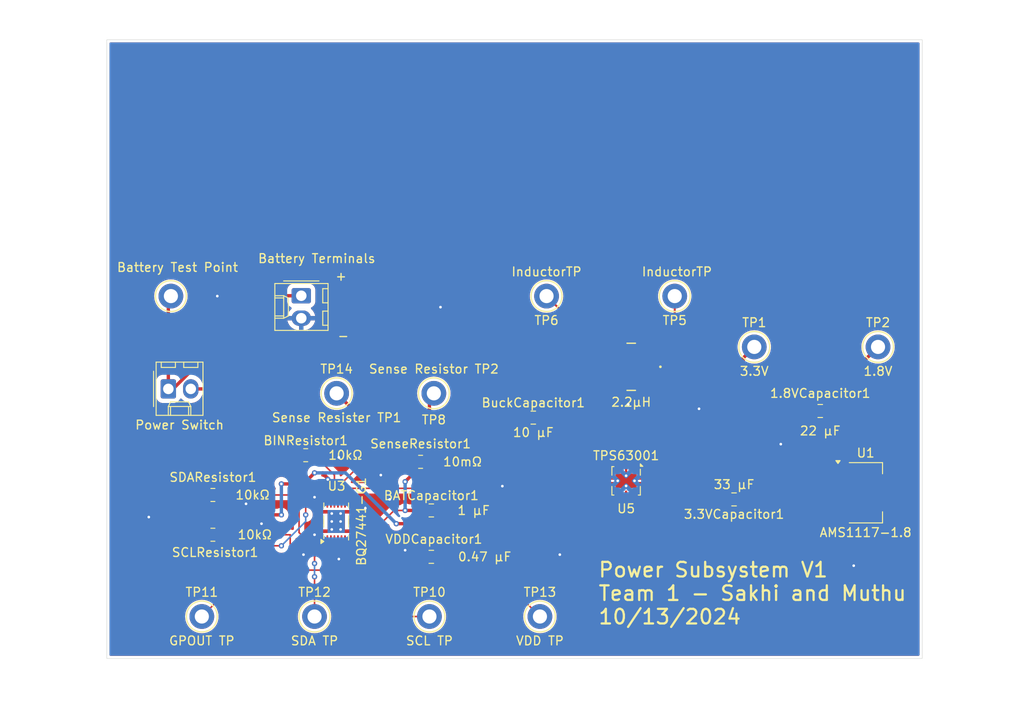
<source format=kicad_pcb>
(kicad_pcb (version 20240108) (generator "pcbnew") (generator_version "8.0")
  (layers (0 "F.Cu" signal) (31 "B.Cu" signal) (34 "B.Paste" user) (35 "F.Paste" user) (36 "B.SilkS" user "B.Silkscreen") (37 "F.SilkS" user "F.Silkscreen") (38 "B.Mask" user) (39 "F.Mask" user) (44 "Edge.Cuts" user))
  (net 0 "")
  (net 1 "Net-(U1-VO)")
  (net 2 "GND")
  (net 3 "Net-(J3-Pin_2)")
  (net 4 "Net-(U3-SRN)")
  (net 5 "Net-(U1-VI)")
  (net 6 "Net-(U3-V_{DD})")
  (net 7 "Net-(J3-Pin_1)")
  (net 8 "Net-(U5-L2)")
  (net 9 "Net-(U5-L1)")
  (net 10 "Net-(U3-BIN)")
  (net 11 "Net-(U3-SCL)")
  (net 12 "Net-(U3-SDA)")
  (net 13 "Net-(U3-GPOUT)")
  (footprint "TestPoint:TestPoint_Keystone_5010-5014_Multipurpose" (layer "F.Cu") (at 132.75 120.25)
    (property "Reference" "TP12" (at 0 -2.75 0) (layer "F.SilkS"))
    (property "Value" "SDA TP" (at 0 2.75 0) (layer "F.SilkS"))
    (fp_circle (center 0 0) (end 1.75 0) (stroke (width 0.15)) (fill none) (layer "F.SilkS"))
    (pad "1" thru_hole circle (at 0 0) (size 2.8 2.8) (drill 1.6) (layers "*.Cu" "*.Mask") (net 12 "Net-(U3-SDA)"))
  )
  (footprint "TestPoint:TestPoint_Keystone_5010-5014_Multipurpose" (layer "F.Cu") (at 173.5 84)
    (property "Reference" "TP5" (at 0 2.75 0) (layer "F.SilkS"))
    (property "Value" "InductorTP" (at 0.25 -2.75 0) (layer "F.SilkS"))
    (fp_circle (center 0 0) (end 1.75 0) (stroke (width 0.15)) (fill none) (layer "F.SilkS"))
    (pad "1" thru_hole circle (at 0 0) (size 2.8 2.8) (drill 1.6) (layers "*.Cu" "*.Mask") (net 8 "Net-(U5-L2)"))
  )
  (footprint "Package_SON:Texas_DRC0010J_ThermalVias" (layer "F.Cu") (at 168 104.9 -90)
    (property "Reference" "U5" (at 3.15 0 0) (layer "F.SilkS"))
    (property "Value" "TPS63001" (at -2.85 0 0) (layer "F.SilkS"))
    (fp_line (start -1.61 1.61) (end -0.635 1.61) (stroke (width 0.12)) (layer "F.SilkS"))
    (fp_line (start 0.635 1.61) (end 1.61 1.61) (stroke (width 0.12)) (layer "F.SilkS"))
    (fp_line (start -1.61 1.38) (end -1.61 1.61) (stroke (width 0.12)) (layer "F.SilkS"))
    (fp_line (start 1.61 1.38) (end 1.61 1.61) (stroke (width 0.12)) (layer "F.SilkS"))
    (fp_line (start -1.32 -1.61) (end -0.635 -1.61) (stroke (width 0.12)) (layer "F.SilkS"))
    (fp_line (start 0.635 -1.61) (end 1.61 -1.61) (stroke (width 0.12)) (layer "F.SilkS"))
    (fp_line (start 1.61 -1.61) (end 1.61 -1.38) (stroke (width 0.12)) (layer "F.SilkS"))
    (fp_poly (pts (xy -1.64 -1.61) (xy -1.92 -1.61) (xy -1.64 -1.89) (xy -1.64 -1.61)) (stroke (width 0.12)) (fill solid) (layer "F.SilkS"))
    (pad "1" smd roundrect (at -1.4 -1 270) (size 0.6 0.24) (layers "F.Cu" "F.Paste" "F.Mask") (net 5 "Net-(U1-VI)"))
    (pad "2" smd roundrect (at -1.4 -0.5 270) (size 0.6 0.24) (layers "F.Cu" "F.Paste" "F.Mask") (net 8 "Net-(U5-L2)"))
    (pad "3" smd roundrect (at -1.4 0 270) (size 0.6 0.24) (layers "F.Cu" "F.Paste" "F.Mask") (net 2 "GND"))
    (pad "4" smd roundrect (at -1.4 0.5 270) (size 0.6 0.24) (layers "F.Cu" "F.Paste" "F.Mask") (net 9 "Net-(U5-L1)"))
    (pad "5" smd roundrect (at -1.4 1 270) (size 0.6 0.24) (layers "F.Cu" "F.Paste" "F.Mask") (net 4 "Net-(U3-SRN)"))
    (pad "6" smd roundrect (at 1.4 1 270) (size 0.6 0.24) (layers "F.Cu" "F.Paste" "F.Mask") (net 4 "Net-(U3-SRN)"))
    (pad "7" smd roundrect (at 1.4 0.5 270) (size 0.6 0.24) (layers "F.Cu" "F.Paste" "F.Mask") (net 4 "Net-(U3-SRN)"))
    (pad "8" smd roundrect (at 1.4 0 270) (size 0.6 0.24) (layers "F.Cu" "F.Paste" "F.Mask") (net 4 "Net-(U3-SRN)"))
    (pad "9" smd roundrect (at 1.4 -0.5 270) (size 0.6 0.24) (layers "F.Cu" "F.Paste" "F.Mask") (net 2 "GND"))
    (pad "10" smd roundrect (at 1.4 -1 270) (size 0.6 0.24) (layers "F.Cu" "F.Paste" "F.Mask") (net 5 "Net-(U1-VI)"))
    (pad "11" thru_hole circle (at -0.575 0 270) (size 0.5 0.5) (drill 0.3) (layers "*.Cu") (net 2 "GND"))
    (pad "11" thru_hole circle (at 0 -0.95 270) (size 0.5 0.5) (drill 0.3) (layers "*.Cu") (net 2 "GND"))
    (pad "11" smd custom (at 0 0 270) (size 1.65 2.4) (layers "F.Cu" "F.Mask") (net 2 "GND") (options (clearance outline) (anchor rect)) (primitives (gr_poly (pts (xy -0.125 -1.1) (xy 0.125 -1.1) (xy 0.125 -1.7) (xy 0.375 -1.7) (xy 0.375 1.7) (xy 0.125 1.7) (xy 0.125 1.1) (xy -0.125 1.1) (xy -0.125 1.7) (xy -0.375 1.7) (xy -0.375 -1.7) (xy -0.125 -1.7)) (width 0) (fill yes))))
    (pad "11" thru_hole circle (at 0 0.95 270) (size 0.5 0.5) (drill 0.3) (layers "*.Cu") (net 2 "GND"))
    (pad "11" thru_hole circle (at 0.575 0 270) (size 0.5 0.5) (drill 0.3) (layers "*.Cu") (net 2 "GND"))
  )
  (footprint "Capacitor_SMD:C_0805_2012Metric_Pad1.18x1.45mm_HandSolder" (layer "F.Cu") (at 145.9625 113.5 180)
    (property "Reference" "VDDCapacitor1" (at -0.2875 2 0) (layer "F.SilkS"))
    (property "Value" "0.47 μF" (at -6.0375 0 0) (layer "F.SilkS"))
    (fp_line (start -0.261252 0.735) (end 0.261252 0.735) (stroke (width 0.12)) (layer "F.SilkS"))
    (fp_line (start -0.261252 -0.735) (end 0.261252 -0.735) (stroke (width 0.12)) (layer "F.SilkS"))
    (pad "1" smd roundrect (at -1.0375 0 180) (size 1.175 1.45) (layers "F.Cu" "F.Paste" "F.Mask") (roundrect_rratio 0.212766) (net 6 "Net-(U3-V_{DD})"))
    (pad "2" smd roundrect (at 1.0375 0 180) (size 1.175 1.45) (layers "F.Cu" "F.Paste" "F.Mask") (roundrect_rratio 0.212766) (net 2 "GND"))
  )
  (footprint "TestPoint:TestPoint_Keystone_5010-5014_Multipurpose" (layer "F.Cu") (at 120 120.25)
    (property "Reference" "TP11" (at 0 -2.75 0) (layer "F.SilkS"))
    (property "Value" "GPOUT TP" (at 0 2.75 0) (layer "F.SilkS"))
    (fp_circle (center 0 0) (end 1.75 0) (stroke (width 0.15)) (fill none) (layer "F.SilkS"))
    (pad "1" thru_hole circle (at 0 0) (size 2.8 2.8) (drill 1.6) (layers "*.Cu" "*.Mask") (net 13 "Net-(U3-GPOUT)"))
  )
  (footprint "Resistor_SMD:R_0805_2012Metric_Pad1.20x1.40mm_HandSolder" (layer "F.Cu") (at 131.75 102)
    (property "Reference" "BINResistor1" (at 0 -1.65 0) (layer "F.SilkS"))
    (property "Value" "10kΩ" (at 4.5 0 0) (layer "F.SilkS"))
    (fp_line (start -0.227064 -0.735) (end 0.227064 -0.735) (stroke (width 0.12)) (layer "F.SilkS"))
    (fp_line (start -0.227064 0.735) (end 0.227064 0.735) (stroke (width 0.12)) (layer "F.SilkS"))
    (pad "1" smd roundrect (at -1 0) (size 1.2 1.4) (layers "F.Cu" "F.Paste" "F.Mask") (roundrect_rratio 0.208333) (net 2 "GND"))
    (pad "2" smd roundrect (at 1 0) (size 1.2 1.4) (layers "F.Cu" "F.Paste" "F.Mask") (roundrect_rratio 0.208333) (net 10 "Net-(U3-BIN)"))
  )
  (footprint "TestPoint:TestPoint_Keystone_5010-5014_Multipurpose" (layer "F.Cu") (at 158.25 120.25)
    (property "Reference" "TP13" (at 0 -2.75 0) (layer "F.SilkS"))
    (property "Value" "VDD TP" (at 0 2.75 0) (layer "F.SilkS"))
    (fp_circle (center 0 0) (end 1.75 0) (stroke (width 0.15)) (fill none) (layer "F.SilkS"))
    (pad "1" thru_hole circle (at 0 0) (size 2.8 2.8) (drill 1.6) (layers "*.Cu" "*.Mask") (net 6 "Net-(U3-V_{DD})"))
  )
  (footprint "Capacitor_SMD:C_0805_2012Metric_Pad1.18x1.45mm_HandSolder" (layer "F.Cu") (at 180.2125 107 180)
    (property "Reference" "3.3VCapacitor1" (at 0 -1.68 0) (layer "F.SilkS"))
    (property "Value" "33 μF" (at 0 1.68 0) (layer "F.SilkS"))
    (fp_line (start -0.261252 0.735) (end 0.261252 0.735) (stroke (width 0.12)) (layer "F.SilkS"))
    (fp_line (start -0.261252 -0.735) (end 0.261252 -0.735) (stroke (width 0.12)) (layer "F.SilkS"))
    (pad "1" smd roundrect (at -1.0375 0 180) (size 1.175 1.45) (layers "F.Cu" "F.Paste" "F.Mask") (roundrect_rratio 0.212766) (net 5 "Net-(U1-VI)"))
    (pad "2" smd roundrect (at 1.0375 0 180) (size 1.175 1.45) (layers "F.Cu" "F.Paste" "F.Mask") (roundrect_rratio 0.212766) (net 2 "GND"))
  )
  (footprint "Resistor_SMD:R_0805_2012Metric_Pad1.20x1.40mm_HandSolder" (layer "F.Cu") (at 144.75 102.75)
    (property "Reference" "SenseResistor1" (at 0 -2.0375 0) (layer "F.SilkS"))
    (property "Value" "10mΩ" (at 4.75 0 0) (layer "F.SilkS"))
    (fp_line (start -0.227064 -0.735) (end 0.227064 -0.735) (stroke (width 0.12)) (layer "F.SilkS"))
    (fp_line (start -0.227064 0.735) (end 0.227064 0.735) (stroke (width 0.12)) (layer "F.SilkS"))
    (pad "1" smd roundrect (at -1 0) (size 1.2 1.4) (layers "F.Cu" "F.Paste" "F.Mask") (roundrect_rratio 0.208333) (net 3 "Net-(J3-Pin_2)"))
    (pad "2" smd roundrect (at 1 0) (size 1.2 1.4) (layers "F.Cu" "F.Paste" "F.Mask") (roundrect_rratio 0.208333) (net 4 "Net-(U3-SRN)"))
  )
  (footprint "Connector_Molex:Molex_KK-254_AE-6410-02A_1x02_P2.54mm_Vertical" (layer "F.Cu") (at 131.25 83.96 -90)
    (property "Reference" "J4" (hide yes))
    (property "Value" "Battery Terminals" (at -4.21 -1.75 0) (layer "F.SilkS"))
    (property "Field5" "+" (at -2.21 -4.5 0) (layer "F.SilkS"))
    (property "Field6" "-" (at 4.54 -4.75 0) (layer "F.SilkS"))
    (fp_line (start -1.38 2.99) (end 3.92 2.99) (stroke (width 0.12)) (layer "F.SilkS"))
    (fp_line (start 0 2.99) (end 0 1.99) (stroke (width 0.12)) (layer "F.SilkS"))
    (fp_line (start 0.25 2.99) (end 0.25 1.99) (stroke (width 0.12)) (layer "F.SilkS"))
    (fp_line (start 2.29 2.99) (end 2.29 1.99) (stroke (width 0.12)) (layer "F.SilkS"))
    (fp_line (start 3.92 2.99) (end 3.92 -3.03) (stroke (width 0.12)) (layer "F.SilkS"))
    (fp_line (start 0 1.99) (end 2.54 1.99) (stroke (width 0.12)) (layer "F.SilkS"))
    (fp_line (start 0 1.99) (end 0.25 1.46) (stroke (width 0.12)) (layer "F.SilkS"))
    (fp_line (start 2.54 1.99) (end 2.54 2.99) (stroke (width 0.12)) (layer "F.SilkS"))
    (fp_line (start 0.25 1.46) (end 2.29 1.46) (stroke (width 0.12)) (layer "F.SilkS"))
    (fp_line (start 2.29 1.46) (end 2.54 1.99) (stroke (width 0.12)) (layer "F.SilkS"))
    (fp_line (start -1.67 -2) (end -1.67 2) (stroke (width 0.12)) (layer "F.SilkS"))
    (fp_line (start -0.8 -2.43) (end 0.8 -2.43) (stroke (width 0.12)) (layer "F.SilkS"))
    (fp_line (start 0.8 -2.43) (end 0.8 -3.03) (stroke (width 0.12)) (layer "F.SilkS"))
    (fp_line (start 1.74 -2.43) (end 3.34 -2.43) (stroke (width 0.12)) (layer "F.SilkS"))
    (fp_line (start 3.34 -2.43) (end 3.34 -3.03) (stroke (width 0.12)) (layer "F.SilkS"))
    (fp_line (start -1.38 -3.03) (end -1.38 2.99) (stroke (width 0.12)) (layer "F.SilkS"))
    (fp_line (start -0.8 -3.03) (end -0.8 -2.43) (stroke (width 0.12)) (layer "F.SilkS"))
    (fp_line (start 1.74 -3.03) (end 1.74 -2.43) (stroke (width 0.12)) (layer "F.SilkS"))
    (fp_line (start 3.92 -3.03) (end -1.38 -3.03) (stroke (width 0.12)) (layer "F.SilkS"))
    (pad "1" thru_hole roundrect (at 0 0 270) (size 1.74 2.19) (drill 1.19) (layers "*.Cu" "*.Mask") (roundrect_rratio 0.143678) (net 7 "Net-(J3-Pin_1)"))
    (pad "2" thru_hole oval (at 2.54 0 270) (size 1.74 2.19) (drill 1.19) (layers "*.Cu" "*.Mask") (net 2 "GND"))
  )
  (footprint "Package_TO_SOT_SMD:SOT-223-3_TabPin2" (layer "F.Cu") (at 195.1 106.25)
    (property "Reference" "U1" (at 0 -4.5 0) (layer "F.SilkS"))
    (property "Value" "AMS1117-1.8" (at 0 4.5 0) (layer "F.SilkS"))
    (fp_line (start -1.85 -3.41) (end 1.91 -3.41) (stroke (width 0.12)) (layer "F.SilkS"))
    (fp_line (start -1.85 3.41) (end 1.91 3.41) (stroke (width 0.12)) (layer "F.SilkS"))
    (fp_line (start 1.91 -3.41) (end 1.91 -2.15) (stroke (width 0.12)) (layer "F.SilkS"))
    (fp_line (start 1.91 3.41) (end 1.91 2.15) (stroke (width 0.12)) (layer "F.SilkS"))
    (fp_poly (pts (xy -3.13 -3.31) (xy -3.37 -3.64) (xy -2.89 -3.64) (xy -3.13 -3.31)) (stroke (width 0.12)) (fill solid) (layer "F.SilkS"))
    (pad "1" smd roundrect (at -3.15 -2.3) (size 2 1.5) (layers "F.Cu" "F.Paste" "F.Mask") (net 2 "GND"))
    (pad "2" smd roundrect (at -3.15 0) (size 2 1.5) (layers "F.Cu" "F.Paste" "F.Mask") (net 1 "Net-(U1-VO)"))
    (pad "2" smd roundrect (at 3.15 0) (size 2 3.8) (layers "F.Cu" "F.Paste" "F.Mask") (net 1 "Net-(U1-VO)"))
    (pad "3" smd roundrect (at -3.15 2.3) (size 2 1.5) (layers "F.Cu" "F.Paste" "F.Mask") (net 5 "Net-(U1-VI)"))
  )
  (footprint "TestPoint:TestPoint_Keystone_5010-5014_Multipurpose" (layer "F.Cu") (at 116.5 84)
    (property "Reference" "TP3" (hide yes))
    (property "Value" "Battery Test Point" (at 0.75 -3.25 0) (layer "F.SilkS"))
    (fp_circle (center 0 0) (end 1.75 0) (stroke (width 0.15)) (fill none) (layer "F.SilkS"))
    (pad "1" thru_hole circle (at 0 0) (size 2.8 2.8) (drill 1.6) (layers "*.Cu" "*.Mask") (net 7 "Net-(J3-Pin_1)"))
  )
  (footprint "Capacitor_SMD:C_0805_2012Metric_Pad1.18x1.45mm_HandSolder" (layer "F.Cu") (at 189.9625 97)
    (property "Reference" "1.8VCapacitor1" (at 0 -2 0) (layer "F.SilkS"))
    (property "Value" "22 μF" (at 0 2.25 0) (layer "F.SilkS"))
    (fp_line (start -0.261252 -0.735) (end 0.261252 -0.735) (stroke (width 0.12)) (layer "F.SilkS"))
    (fp_line (start -0.261252 0.735) (end 0.261252 0.735) (stroke (width 0.12)) (layer "F.SilkS"))
    (pad "1" smd roundrect (at -1.0375 0) (size 1.175 1.45) (layers "F.Cu" "F.Paste" "F.Mask") (roundrect_rratio 0.212766) (net 1 "Net-(U1-VO)"))
    (pad "2" smd roundrect (at 1.0375 0) (size 1.175 1.45) (layers "F.Cu" "F.Paste" "F.Mask") (roundrect_rratio 0.212766) (net 2 "GND"))
  )
  (footprint "TestPoint:TestPoint_Keystone_5010-5014_Multipurpose" (layer "F.Cu") (at 196.5 89.75)
    (property "Reference" "TP2" (at 0 -2.75 0) (layer "F.SilkS"))
    (property "Value" "1.8V" (at 0 2.75 0) (layer "F.SilkS"))
    (fp_circle (center 0 0) (end 1.75 0) (stroke (width 0.15)) (fill none) (layer "F.SilkS"))
    (pad "1" thru_hole circle (at 0 0) (size 2.8 2.8) (drill 1.6) (layers "*.Cu" "*.Mask") (net 1 "Net-(U1-VO)"))
  )
  (footprint "Package_SON:Texas_S-PDSO-N12" (layer "F.Cu") (at 135.2 109.5 90)
    (property "Reference" "U3" (at 4 0.05 0) (layer "F.SilkS"))
    (property "Value" "BQ27441-G1" (at -0.000701 2.852607 90) (layer "F.SilkS"))
    (fp_line (start 1.56 -1.4) (end 2.1 -1.4) (stroke (width 0.12)) (layer "F.SilkS"))
    (fp_line (start 0.64 -1.4) (end -0.64 -1.4) (stroke (width 0.12)) (layer "F.SilkS"))
    (fp_line (start -1.56 -1.397393) (end -1.93 -1.397393) (stroke (width 0.12)) (layer "F.SilkS"))
    (fp_line (start 1.56 1.4) (end 2.1 1.4) (stroke (width 0.12)) (layer "F.SilkS"))
    (fp_line (start 0.64 1.4) (end -0.64 1.4) (stroke (width 0.12)) (layer "F.SilkS"))
    (fp_line (start -1.56 1.4) (end -2.1 1.4) (stroke (width 0.12)) (layer "F.SilkS"))
    (fp_poly (pts (xy -2.26 -1.4) (xy -2.5 -1.73) (xy -2.02 -1.73) (xy -2.26 -1.4)) (stroke (width 0.12)) (fill solid) (layer "F.SilkS"))
    (pad "1" smd rect (at -2.3 -1 90) (size 0.2 0.2) (layers "F.Cu" "F.Paste" "F.Mask") (net 12 "Net-(U3-SDA)"))
    (pad "1" smd oval (at -1.975 -1 90) (size 0.85 0.2) (layers "F.Cu" "F.Paste" "F.Mask") (net 12 "Net-(U3-SDA)"))
    (pad "2" smd rect (at -2.3 -0.6 90) (size 0.2 0.2) (layers "F.Cu" "F.Paste" "F.Mask") (net 11 "Net-(U3-SCL)"))
    (pad "2" smd oval (at -1.975 -0.6 90) (size 0.85 0.2) (layers "F.Cu" "F.Paste" "F.Mask") (net 11 "Net-(U3-SCL)"))
    (pad "3" smd rect (at -2.3 -0.2 90) (size 0.2 0.2) (layers "F.Cu" "F.Paste" "F.Mask") (net 2 "GND"))
    (pad "3" smd oval (at -1.975 -0.2 90) (size 0.85 0.2) (layers "F.Cu" "F.Paste" "F.Mask") (net 2 "GND"))
    (pad "4" smd rect (at -2.3 0.2 90) (size 0.2 0.2) (layers "F.Cu" "F.Paste" "F.Mask"))
    (pad "4" smd oval (at -1.975 0.2 90) (size 0.85 0.2) (layers "F.Cu" "F.Paste" "F.Mask"))
    (pad "5" smd rect (at -2.3 0.6 90) (size 0.2 0.2) (layers "F.Cu" "F.Paste" "F.Mask") (net 6 "Net-(U3-V_{DD})"))
    (pad "5" smd oval (at -1.975 0.6 90) (size 0.85 0.2) (layers "F.Cu" "F.Paste" "F.Mask") (net 6 "Net-(U3-V_{DD})"))
    (pad "6" smd rect (at -2.3 1 90) (size 0.2 0.2) (layers "F.Cu" "F.Paste" "F.Mask") (net 3 "Net-(J3-Pin_2)"))
    (pad "6" smd oval (at -1.975 1 90) (size 0.85 0.2) (layers "F.Cu" "F.Paste" "F.Mask") (net 3 "Net-(J3-Pin_2)"))
    (pad "7" smd oval (at 1.975 1 90) (size 0.85 0.2) (layers "F.Cu" "F.Paste" "F.Mask") (net 4 "Net-(U3-SRN)"))
    (pad "7" smd rect (at 2.3 1 90) (size 0.2 0.2) (layers "F.Cu" "F.Paste" "F.Mask") (net 4 "Net-(U3-SRN)"))
    (pad "8" smd oval (at 1.975 0.6 90) (size 0.85 0.2) (layers "F.Cu" "F.Paste" "F.Mask") (net 3 "Net-(J3-Pin_2)"))
    (pad "8" smd rect (at 2.3 0.6 90) (size 0.2 0.2) (layers "F.Cu" "F.Paste" "F.Mask") (net 3 "Net-(J3-Pin_2)"))
    (pad "9" smd oval (at 1.975 0.2 90) (size 0.85 0.2) (layers "F.Cu" "F.Paste" "F.Mask"))
    (pad "9" smd rect (at 2.3 0.2 90) (size 0.2 0.2) (layers "F.Cu" "F.Paste" "F.Mask"))
    (pad "10" smd oval (at 1.975 -0.2 90) (size 0.85 0.2) (layers "F.Cu" "F.Paste" "F.Mask") (net 10 "Net-(U3-BIN)"))
    (pad "10" smd rect (at 2.3 -0.2 90) (size 0.2 0.2) (layers "F.Cu" "F.Paste" "F.Mask") (net 10 "Net-(U3-BIN)"))
    (pad "11" smd oval (at 1.975 -0.6 90) (size 0.85 0.2) (layers "F.Cu" "F.Paste" "F.Mask"))
    (pad "11" smd rect (at 2.3 -0.6 90) (size 0.2 0.2) (layers "F.Cu" "F.Paste" "F.Mask"))
    (pad "12" smd oval (at 1.975 -1 90) (size 0.85 0.2) (layers "F.Cu" "F.Paste" "F.Mask") (net 13 "Net-(U3-GPOUT)"))
    (pad "12" smd rect (at 2.3 -1 90) (size 0.2 0.2) (layers "F.Cu" "F.Paste" "F.Mask") (net 13 "Net-(U3-GPOUT)"))
    (pad "13" smd rect (at -1.1 -1.365) (size 0.575 0.4) (layers "F.Cu" "F.Paste" "F.Mask"))
    (pad "13" smd rect (at -1.1 -1.3125) (size 0.675 0.4) (layers "F.Cu" "F.Mask"))
    (pad "13" smd rect (at -1.1 1.3125) (size 0.675 0.4) (layers "F.Cu" "F.Mask"))
    (pad "13" smd rect (at -1.1 1.365) (size 0.575 0.4) (layers "F.Cu" "F.Paste" "F.Mask"))
    (pad "13" thru_hole circle (at -0.9 -0.5 90) (size 0.6 0.6) (drill 0.3) (layers "*.Cu"))
    (pad "13" thru_hole circle (at -0.9 0.5 90) (size 0.6 0.6) (drill 0.3) (layers "*.Cu"))
    (pad "13" smd rect (at -0.65 -0.4875 180) (size 0.975 1.3) (layers "F.Cu" "F.Paste"))
    (pad "13" smd rect (at -0.65 0.4875 180) (size 0.975 1.3) (layers "F.Cu" "F.Paste"))
    (pad "13" thru_hole circle (at 0 -0.5 90) (size 0.6 0.6) (drill 0.3) (layers "*.Cu"))
    (pad "13" smd rect (at 0 0) (size 1.95 2.6) (layers "F.Cu" "F.Mask"))
    (pad "13" smd rect (at 0 0) (size 1.95 2.6) (layers "B.Cu" "F.Mask"))
    (pad "13" thru_hole circle (at 0 0.5 90) (size 0.6 0.6) (drill 0.3) (layers "*.Cu"))
    (pad "13" smd rect (at 0.65 -0.4875 180) (size 0.975 1.3) (layers "F.Cu" "F.Paste"))
    (pad "13" smd rect (at 0.65 0.4875 180) (size 0.975 1.3) (layers "F.Cu" "F.Paste"))
    (pad "13" thru_hole circle (at 0.9 -0.5 90) (size 0.6 0.6) (drill 0.3) (layers "*.Cu"))
    (pad "13" thru_hole circle (at 0.9 0.5 90) (size 0.6 0.6) (drill 0.3) (layers "*.Cu"))
    (pad "13" smd rect (at 1.1 -1.365) (size 0.575 0.4) (layers "F.Cu" "F.Paste" "F.Mask"))
    (pad "13" smd rect (at 1.1 -1.3125) (size 0.675 0.4) (layers "F.Cu" "F.Mask"))
    (pad "13" smd rect (at 1.1 1.3125) (size 0.675 0.4) (layers "F.Cu" "F.Mask"))
    (pad "13" smd rect (at 1.1 1.365) (size 0.575 0.4) (layers "F.Cu" "F.Paste" "F.Mask"))
  )
  (footprint "footprints:IND_MSS5131_COC" (layer "F.Cu") (at 168.5783 92 180)
    (property "Reference" "L1" (hide yes))
    (property "Value" "2.2μH" (at 0 -4 0) (layer "F.SilkS"))
    (fp_poly (pts (xy -2.54 -2.54) (xy -0.7874 -2.54) (xy -0.7874 -1.55702) (xy -0.973692 -1.457234) (xy -1.239275 -1.239275) (xy -1.457234 -0.973692) (xy -1.619191 -0.670691) (xy -1.718924 -0.341915) (xy -1.7526 0) (xy -1.718924 0.341915) (xy -1.457234 0.973692) (xy -1.239275 1.239275) (xy -0.973692 1.457234) (xy -0.7874 1.55702) (xy -0.7874 2.54) (xy -2.54 2.54)) (fill solid) (layer "F.Cu"))
    (fp_poly (pts (xy 0.7874 2.54) (xy 0.7874 1.55702) (xy 0.973692 1.457234) (xy 1.239275 1.239275) (xy 1.457234 0.973692) (xy 1.619191 0.670691) (xy 1.718924 0.341915) (xy 1.7526 0) (xy 1.718924 -0.341915) (xy 1.619191 -0.670691) (xy 1.457234 -0.973692) (xy 1.239275 -1.239275) (xy 0.973692 -1.457234) (xy 0.7874 -1.55702) (xy 0.7874 -2.54) (xy 2.54 -2.54) (xy 2.54 2.54)) (fill solid) (layer "F.Cu"))
    (fp_line (start 0.47985 -2.667) (end -0.47985 -2.667) (stroke (width 0.1524)) (layer "F.SilkS"))
    (fp_line (start -0.47985 2.667) (end 0.47985 2.667) (stroke (width 0.1524)) (layer "F.SilkS"))
    (fp_circle (center -3.302 0) (end -3.2258 0) (stroke (width 0.1524)) (fill none) (layer "F.SilkS"))
    (pad "1" smd rect (at -2.1717 0 180) (size 0.127 0.127) (layers "F.Cu" "F.Paste" "F.Mask") (net 8 "Net-(U5-L2)"))
    (pad "2" smd rect (at 2.1717 0 180) (size 0.127 0.127) (layers "F.Cu" "F.Paste" "F.Mask") (net 9 "Net-(U5-L1)"))
  )
  (footprint "TestPoint:TestPoint_Keystone_5010-5014_Multipurpose" (layer "F.Cu") (at 182.5 89.75)
    (property "Reference" "TP1" (at 0 -2.75 0) (layer "F.SilkS"))
    (property "Value" "3.3V" (at 0 2.75 0) (layer "F.SilkS"))
    (fp_circle (center 0 0) (end 1.75 0) (stroke (width 0.15)) (fill none) (layer "F.SilkS"))
    (pad "1" thru_hole circle (at 0 0) (size 2.8 2.8) (drill 1.6) (layers "*.Cu" "*.Mask") (net 5 "Net-(U1-VI)"))
  )
  (footprint "TestPoint:TestPoint_Keystone_5010-5014_Multipurpose" (layer "F.Cu") (at 145.75 120.25)
    (property "Reference" "TP10" (at 0 -2.75 0) (layer "F.SilkS"))
    (property "Value" "SCL TP" (at 0 2.75 0) (layer "F.SilkS"))
    (fp_circle (center 0 0) (end 1.75 0) (stroke (width 0.15)) (fill none) (layer "F.SilkS"))
    (pad "1" thru_hole circle (at 0 0) (size 2.8 2.8) (drill 1.6) (layers "*.Cu" "*.Mask") (net 11 "Net-(U3-SCL)"))
  )
  (footprint "Connector_Molex:Molex_KK-254_AE-6410-02A_1x02_P2.54mm_Vertical" (layer "F.Cu") (at 116.21 94.5)
    (property "Reference" "J3" (hide yes))
    (property "Value" "Power Switch" (at 1.27 4.08 0) (layer "F.SilkS"))
    (fp_line (start -1.67 -2) (end -1.67 2) (stroke (width 0.12)) (layer "F.SilkS"))
    (fp_line (start -1.38 -3.03) (end -1.38 2.99) (stroke (width 0.12)) (layer "F.SilkS"))
    (fp_line (start -1.38 2.99) (end 3.92 2.99) (stroke (width 0.12)) (layer "F.SilkS"))
    (fp_line (start -0.8 -3.03) (end -0.8 -2.43) (stroke (width 0.12)) (layer "F.SilkS"))
    (fp_line (start -0.8 -2.43) (end 0.8 -2.43) (stroke (width 0.12)) (layer "F.SilkS"))
    (fp_line (start 0 1.99) (end 0.25 1.46) (stroke (width 0.12)) (layer "F.SilkS"))
    (fp_line (start 0 1.99) (end 2.54 1.99) (stroke (width 0.12)) (layer "F.SilkS"))
    (fp_line (start 0 2.99) (end 0 1.99) (stroke (width 0.12)) (layer "F.SilkS"))
    (fp_line (start 0.25 1.46) (end 2.29 1.46) (stroke (width 0.12)) (layer "F.SilkS"))
    (fp_line (start 0.25 2.99) (end 0.25 1.99) (stroke (width 0.12)) (layer "F.SilkS"))
    (fp_line (start 0.8 -2.43) (end 0.8 -3.03) (stroke (width 0.12)) (layer "F.SilkS"))
    (fp_line (start 1.74 -3.03) (end 1.74 -2.43) (stroke (width 0.12)) (layer "F.SilkS"))
    (fp_line (start 1.74 -2.43) (end 3.34 -2.43) (stroke (width 0.12)) (layer "F.SilkS"))
    (fp_line (start 2.29 1.46) (end 2.54 1.99) (stroke (width 0.12)) (layer "F.SilkS"))
    (fp_line (start 2.29 2.99) (end 2.29 1.99) (stroke (width 0.12)) (layer "F.SilkS"))
    (fp_line (start 2.54 1.99) (end 2.54 2.99) (stroke (width 0.12)) (layer "F.SilkS"))
    (fp_line (start 3.34 -2.43) (end 3.34 -3.03) (stroke (width 0.12)) (layer "F.SilkS"))
    (fp_line (start 3.92 -3.03) (end -1.38 -3.03) (stroke (width 0.12)) (layer "F.SilkS"))
    (fp_line (start 3.92 2.99) (end 3.92 -3.03) (stroke (width 0.12)) (layer "F.SilkS"))
    (pad "1" thru_hole roundrect (at 0 0) (size 1.74 2.19) (drill 1.19) (layers "*.Cu" "*.Mask") (roundrect_rratio 0.143678) (net 7 "Net-(J3-Pin_1)"))
    (pad "2" thru_hole oval (at 2.54 0) (size 1.74 2.19) (drill 1.19) (layers "*.Cu" "*.Mask") (net 3 "Net-(J3-Pin_2)"))
  )
  (footprint "Resistor_SMD:R_0805_2012Metric_Pad1.20x1.40mm_HandSolder" (layer "F.Cu") (at 121.25 111)
    (property "Reference" "SCLResistor1" (at 0.25 2 0) (layer "F.SilkS"))
    (property "Value" "10kΩ" (at 4.75 0 0) (layer "F.SilkS"))
    (fp_line (start -0.227064 -0.735) (end 0.227064 -0.735) (stroke (width 0.12)) (layer "F.SilkS"))
    (fp_line (start -0.227064 0.735) (end 0.227064 0.735) (stroke (width 0.12)) (layer "F.SilkS"))
    (pad "1" smd roundrect (at -1 0) (size 1.2 1.4) (layers "F.Cu" "F.Paste" "F.Mask") (roundrect_rratio 0.208333) (net 5 "Net-(U1-VI)"))
    (pad "2" smd roundrect (at 1 0) (size 1.2 1.4) (layers "F.Cu" "F.Paste" "F.Mask") (roundrect_rratio 0.208333) (net 11 "Net-(U3-SCL)"))
  )
  (footprint "Capacitor_SMD:C_0805_2012Metric_Pad1.18x1.45mm_HandSolder" (layer "F.Cu") (at 145.9625 108.25)
    (property "Reference" "BATCapacitor1" (at 0 -1.68 0) (layer "F.SilkS"))
    (property "Value" "1 μF" (at 4.7875 0 0) (layer "F.SilkS"))
    (fp_line (start -0.261252 -0.735) (end 0.261252 -0.735) (stroke (width 0.12)) (layer "F.SilkS"))
    (fp_line (start -0.261252 0.735) (end 0.261252 0.735) (stroke (width 0.12)) (layer "F.SilkS"))
    (pad "1" smd roundrect (at -1.0375 0) (size 1.175 1.45) (layers "F.Cu" "F.Paste" "F.Mask") (roundrect_rratio 0.212766) (net 3 "Net-(J3-Pin_2)"))
    (pad "2" smd roundrect (at 1.0375 0) (size 1.175 1.45) (layers "F.Cu" "F.Paste" "F.Mask") (roundrect_rratio 0.212766) (net 2 "GND"))
  )
  (footprint "TestPoint:TestPoint_Keystone_5010-5014_Multipurpose" (layer "F.Cu") (at 135.25 95)
    (property "Reference" "TP14" (at 0 -2.75 0) (layer "F.SilkS"))
    (property "Value" "Sense Resister TP1" (at 0 2.75 0) (layer "F.SilkS"))
    (fp_circle (center 0 0) (end 1.75 0) (stroke (width 0.15)) (fill none) (layer "F.SilkS"))
    (pad "1" thru_hole circle (at 0 0) (size 2.8 2.8) (drill 1.6) (layers "*.Cu" "*.Mask") (net 3 "Net-(J3-Pin_2)"))
  )
  (footprint "Capacitor_SMD:C_0805_2012Metric_Pad1.18x1.45mm_HandSolder" (layer "F.Cu") (at 157.5 97.75)
    (property "Reference" "BuckCapacitor1" (at 0 -1.68 0) (layer "F.SilkS"))
    (property "Value" "10 μF" (at 0 1.68 0) (layer "F.SilkS"))
    (fp_line (start -0.261252 -0.735) (end 0.261252 -0.735) (stroke (width 0.12)) (layer "F.SilkS"))
    (fp_line (start -0.261252 0.735) (end 0.261252 0.735) (stroke (width 0.12)) (layer "F.SilkS"))
    (pad "1" smd roundrect (at -1.0375 0) (size 1.175 1.45) (layers "F.Cu" "F.Paste" "F.Mask") (roundrect_rratio 0.212766) (net 2 "GND"))
    (pad "2" smd roundrect (at 1.0375 0) (size 1.175 1.45) (layers "F.Cu" "F.Paste" "F.Mask") (roundrect_rratio 0.212766) (net 4 "Net-(U3-SRN)"))
  )
  (footprint "Resistor_SMD:R_0805_2012Metric_Pad1.20x1.40mm_HandSolder" (layer "F.Cu") (at 121.25 106.5)
    (property "Reference" "SDAResistor1" (at 0 -2 0) (layer "F.SilkS"))
    (property "Value" "10kΩ" (at 4.5 0 0) (layer "F.SilkS"))
    (fp_line (start -0.227064 -0.735) (end 0.227064 -0.735) (stroke (width 0.12)) (layer "F.SilkS"))
    (fp_line (start -0.227064 0.735) (end 0.227064 0.735) (stroke (width 0.12)) (layer "F.SilkS"))
    (pad "1" smd roundrect (at -1 0) (size 1.2 1.4) (layers "F.Cu" "F.Paste" "F.Mask") (roundrect_rratio 0.208333) (net 5 "Net-(U1-VI)"))
    (pad "2" smd roundrect (at 1 0) (size 1.2 1.4) (layers "F.Cu" "F.Paste" "F.Mask") (roundrect_rratio 0.208333) (net 12 "Net-(U3-SDA)"))
  )
  (footprint "TestPoint:TestPoint_Keystone_5010-5014_Multipurpose" (layer "F.Cu") (at 159 84 180)
    (property "Reference" "TP6" (at 0 -2.75 0) (layer "F.SilkS"))
    (property "Value" "InductorTP" (at 0 2.75 0) (layer "F.SilkS"))
    (fp_circle (center 0 0) (end 1.75 0) (stroke (width 0.15)) (fill none) (layer "F.SilkS"))
    (pad "1" thru_hole circle (at 0 0 180) (size 2.8 2.8) (drill 1.6) (layers "*.Cu" "*.Mask") (net 9 "Net-(U5-L1)"))
  )
  (footprint "TestPoint:TestPoint_Keystone_5010-5014_Multipurpose" (layer "F.Cu") (at 146.25 95)
    (property "Reference" "TP8" (at 0 3 0) (layer "F.SilkS"))
    (property "Value" "Sense Resistor TP2" (at 0 -2.75 0) (layer "F.SilkS"))
    (fp_circle (center 0 0) (end 1.75 0) (stroke (width 0.15)) (fill none) (layer "F.SilkS"))
    (pad "1" thru_hole circle (at 0 0) (size 2.8 2.8) (drill 1.6) (layers "*.Cu" "*.Mask") (net 4 "Net-(U3-SRN)"))
  )
  (gr_rect (start 109.25 55) (end 201.5 125) (stroke (width 0.05)) (fill none) (layer "Edge.Cuts"))
  (gr_text "Power Subsystem V1\nTeam 1 - Sakhi and Muthu\n10/13/2024" (at 164.75 121.25 0) (layer "F.SilkS") (effects (font (size 1.651 1.651) (thickness 0.254) (bold yes)) (justify left bottom)))
  (segment (start 188.925 97) (end 188.925 95.575) (width 0.381) (layer "F.Cu") (net 1))
  (segment (start 191 93.5) (end 192.75 93.5) (width 0.381) (layer "F.Cu") (net 1))
  (segment (start 188.925 101.25) (end 197.25 101.25) (width 0.381) (layer "F.Cu") (net 1))
  (segment (start 188.925 101.25) (end 188.925 97) (width 0.381) (layer "F.Cu") (net 1))
  (segment (start 192.75 93.5) (end 196.5 89.75) (width 0.381) (layer "F.Cu") (net 1))
  (segment (start 191.95 106.25) (end 191 106.25) (width 0.381) (layer "F.Cu") (net 1))
  (segment (start 191 106.25) (end 188.925 104.175) (width 0.381) (layer "F.Cu") (net 1))
  (segment (start 188.925 104.175) (end 188.925 101.25) (width 0.381) (layer "F.Cu") (net 1))
  (segment (start 188.925 95.575) (end 191 93.5) (width 0.381) (layer "F.Cu") (net 1))
  (segment (start 198.25 102.25) (end 198.25 106.25) (width 0.381) (layer "F.Cu") (net 1))
  (segment (start 197.25 101.25) (end 198.25 102.25) (width 0.381) (layer "F.Cu") (net 1))
  (segment (start 168.5 106.3) (end 168.5 105.621447) (width 0.2286) (layer "F.Cu") (net 2))
  (segment (start 168.5 105.621447) (end 168.353553 105.475) (width 0.2286) (layer "F.Cu") (net 2))
  (segment (start 168.353553 105.475) (end 168 105.475) (width 0.2286) (layer "F.Cu") (net 2))
  (segment (start 168 103.5) (end 168 104.325) (width 0.2286) (layer "F.Cu") (net 2))
  (segment (start 135.5 113.75) (end 135 113.25) (width 0.1778) (layer "F.Cu") (net 2))
  (segment (start 135 113.25) (end 135 111.475) (width 0.1778) (layer "F.Cu") (net 2))
  (via (at 132.75 106.75) (size 0.6) (drill 0.3) (layers "F.Cu" "B.Cu") (net 2))
  (via (at 140.25 104.25) (size 0.6) (drill 0.3) (layers "F.Cu" "B.Cu") (net 2))
  (via (at 114 109) (size 0.6) (drill 0.3) (layers "F.Cu" "B.Cu") (net 2))
  (via (at 143 112.75) (size 0.6) (drill 0.3) (layers "F.Cu" "B.Cu") (net 2))
  (via (at 185.5 100.75) (size 0.6) (drill 0.3) (layers "F.Cu" "B.Cu") (net 2))
  (via (at 135.5 113.75) (size 0.6) (drill 0.3) (layers "F.Cu" "B.Cu") (net 2))
  (via (at 121.75 84) (size 0.6) (drill 0.3) (layers "F.Cu" "B.Cu") (net 2))
  (via (at 131.5 113.25) (size 0.6) (drill 0.3) (layers "F.Cu" "B.Cu") (net 2))
  (via (at 126.75 109.75) (size 0.6) (drill 0.3) (layers "F.Cu" "B.Cu") (net 2))
  (via (at 154 105.5) (size 0.6) (drill 0.3) (layers "F.Cu" "B.Cu") (net 2))
  (via (at 138.5 108) (size 0.6) (drill 0.3) (layers "F.Cu" "B.Cu") (net 2))
  (via (at 193.75 114.5) (size 0.6) (drill 0.3) (layers "F.Cu" "B.Cu") (net 2))
  (via (at 168.25 96.25) (size 0.6) (drill 0.3) (layers "F.Cu" "B.Cu") (net 2))
  (via (at 134.25 104.75) (size 0.6) (drill 0.3) (layers "F.Cu" "B.Cu") (net 2))
  (via (at 176.25 96.75) (size 0.6) (drill 0.3) (layers "F.Cu" "B.Cu") (net 2))
  (via (at 135.5 102.25) (size 0.6) (drill 0.3) (layers "F.Cu" "B.Cu") (net 2))
  (via (at 132.75 111) (size 0.6) (drill 0.3) (layers "F.Cu" "B.Cu") (net 2))
  (via (at 141.25 107) (size 0.6) (drill 0.3) (layers "F.Cu" "B.Cu") (net 2))
  (via (at 147 85.25) (size 0.6) (drill 0.3) (layers "F.Cu" "B.Cu") (net 2))
  (via (at 160.5 113.25) (size 0.6) (drill 0.3) (layers "F.Cu" "B.Cu") (net 2))
  (via (at 125 107.5) (size 0.6) (drill 0.3) (layers "F.Cu" "B.Cu") (net 2))
  (segment (start 136.2 111.91571) (end 138.017145 113.732855) (width 0.1778) (layer "F.Cu") (net 3))
  (segment (start 144.925 108.25) (end 143 108.25) (width 0.381) (layer "F.Cu") (net 3))
  (segment (start 140 113.5) (end 140 110) (width 0.1778) (layer "F.Cu") (net 3))
  (segment (start 130 94.5) (end 138.25 102.75) (width 0.381) (layer "F.Cu") (net 3))
  (segment (start 141.75 108.25) (end 143 108.25) (width 0.1778) (layer "F.Cu") (net 3))
  (segment (start 143 102.75) (end 135.25 95) (width 0.381) (layer "F.Cu") (net 3))
  (segment (start 143 105) (end 143.75 104.25) (width 0.381) (layer "F.Cu") (net 3))
  (segment (start 143.75 102.75) (end 143 102.75) (width 0.381) (layer "F.Cu") (net 3))
  (segment (start 140 110) (end 141.75 108.25) (width 0.1778) (layer "F.Cu") (net 3))
  (segment (start 138.25 102.75) (end 143.75 102.75) (width 0.381) (layer "F.Cu") (net 3))
  (segment (start 118.75 94.5) (end 130 94.5) (width 0.381) (layer "F.Cu") (net 3))
  (segment (start 139.767145 113.732855) (end 140 113.5) (width 0.1778) (layer "F.Cu") (net 3))
  (segment (start 135.8 105.2) (end 138.25 102.75) (width 0.1778) (layer "F.Cu") (net 3))
  (segment (start 138.017145 113.732855) (end 139.767145 113.732855) (width 0.1778) (layer "F.Cu") (net 3))
  (segment (start 135.8 107.2) (end 135.8 105.2) (width 0.1778) (layer "F.Cu") (net 3))
  (segment (start 136.2 111.475) (end 136.2 111.91571) (width 0.1778) (layer "F.Cu") (net 3))
  (segment (start 143.75 104.25) (end 143.75 102.75) (width 0.381) (layer "F.Cu") (net 3))
  (via (at 143 105) (size 0.6) (drill 0.3) (layers "F.Cu" "B.Cu") (net 3))
  (via (at 143 108.25) (size 0.6) (drill 0.3) (layers "F.Cu" "B.Cu") (net 3))
  (segment (start 143 108.25) (end 143 105) (width 0.381) (layer "B.Cu") (net 3))
  (segment (start 168 108) (end 168 107.75) (width 0.381) (layer "F.Cu") (net 4))
  (segment (start 165.36975 101.88025) (end 166.9895 103.5) (width 0.381) (layer "F.Cu") (net 4))
  (segment (start 136.2 105.8) (end 136.25 105.75) (width 0.1778) (layer "F.Cu") (net 4))
  (segment (start 167.5 108) (end 167.5 106.3) (width 0.381) (layer "F.Cu") (net 4))
  (segment (start 168 107.75) (end 167.9895 107.7395) (width 0.381) (layer "F.Cu") (net 4))
  (segment (start 153.5375 102.75) (end 158.5375 97.75) (width 0.381) (layer "F.Cu") (net 4))
  (segment (start 165.36975 101.88025) (end 165 102.25) (width 0.381) (layer "F.Cu") (net 4))
  (segment (start 165 102.25) (end 165 108) (width 0.381) (layer "F.Cu") (net 4))
  (segment (start 161.2395 97.75) (end 165.36975 101.88025) (width 0.381) (layer "F.Cu") (net 4))
  (segment (start 145.75 95.5) (end 146.25 95) (width 0.381) (layer "F.Cu") (net 4))
  (segment (start 145.75 105.75) (end 145.75 102.75) (width 0.1778) (layer "F.Cu") (net 4))
  (segment (start 145.75 102.75) (end 145.75 95.5) (width 0.381) (layer "F.Cu") (net 4))
  (segment (start 167.5 108) (end 168 108) (width 0.381) (layer "F.Cu") (net 4))
  (segment (start 167 108) (end 167 106.3) (width 0.381) (layer "F.Cu") (net 4))
  (segment (start 165 108) (end 167 108) (width 0.381) (layer "F.Cu") (net 4))
  (segment (start 167 108) (end 167.5 108) (width 0.381) (layer "F.Cu") (net 4))
  (segment (start 136.25 105.75) (end 145.75 105.75) (width 0.1778) (layer "F.Cu") (net 4))
  (segment (start 136.2 107.2) (end 136.2 105.8) (width 0.1778) (layer "F.Cu") (net 4))
  (segment (start 158.5375 97.75) (end 161.2395 97.75) (width 0.381) (layer "F.Cu") (net 4))
  (segment (start 145.75 102.75) (end 153.5375 102.75) (width 0.381) (layer "F.Cu") (net 4))
  (segment (start 167.9895 107.7395) (end 167.9895 106.3) (width 0.381) (layer "F.Cu") (net 4))
  (segment (start 166.25 109.75) (end 168.75 109.75) (width 0.381) (layer "F.Cu") (net 5))
  (segment (start 169.7662 102.25) (end 169.0105 103.0057) (width 0.381) (layer "F.Cu") (net 5))
  (segment (start 181.25 109.25) (end 181.25 107) (width 0.381) (layer "F.Cu") (net 5))
  (segment (start 120.25 108.75) (end 120.25 106.5) (width 0.381) (layer "F.Cu") (net 5))
  (segment (start 129 105.25) (end 131.5 105.25) (width 0.381) (layer "F.Cu") (net 5))
  (segment (start 120.25 111) (end 120.25 108.75) (width 0.381) (layer "F.Cu") (net 5))
  (segment (start 168.75 109.75) (end 180.75 109.75) (width 0.381) (layer "F.Cu") (net 5))
  (segment (start 181.25 107) (end 187 107) (width 0.381) (layer "F.Cu") (net 5))
  (segment (start 169.75 108.75) (end 171.5 107) (width 0.381) (layer "F.Cu") (net 5))
  (segment (start 181.25 91) (end 182.5 89.75) (width 0.381) (layer "F.Cu") (net 5))
  (segment (start 181.25 107) (end 181.25 91) (width 0.381) (layer "F.Cu") (net 5))
  (segment (start 169.0105 108.75) (end 169.0105 106.3) (width 0.381) (layer "F.Cu") (net 5))
  (segment (start 169.0105 103.0057) (end 169.0105 103.5) (width 0.381) (layer "F.Cu") (net 5))
  (segment (start 142 109.75) (end 166.25 109.75) (width 0.381) (layer "F.Cu") (net 5))
  (segment (start 169.0105 108.75) (end 169.75 108.75) (width 0.381) (layer "F.Cu") (net 5))
  (segment (start 169.0105 109.4895) (end 169.0105 108.75) (width 0.381) (layer "F.Cu") (net 5))
  (segment (start 168.75 109.75) (end 169.0105 109.4895) (width 0.381) (layer "F.Cu") (net 5))
  (segment (start 131.5 105.25) (end 132.75 104) (width 0.381) (layer "F.Cu") (net 5))
  (segment (start 171.5 102.25) (end 169.7662 102.25) (width 0.381) (layer "F.Cu") (net 5))
  (segment (start 187 107) (end 188.55 108.55) (width 0.381) (layer "F.Cu") (net 5))
  (segment (start 171.5 107) (end 171.5 102.25) (width 0.381) (layer "F.Cu") (net 5))
  (segment (start 120.25 108.75) (end 129 108.75) (width 0.381) (layer "F.Cu") (net 5))
  (segment (start 188.55 108.55) (end 191.95 108.55) (width 0.381) (layer "F.Cu") (net 5))
  (segment (start 180.75 109.75) (end 181.25 109.25) (width 0.381) (layer "F.Cu") (net 5))
  (via (at 129 108.75) (size 0.6) (drill 0.3) (layers "F.Cu" "B.Cu") (net 5))
  (via (at 142 109.75) (size 0.6) (drill 0.3) (layers "F.Cu" "B.Cu") (net 5))
  (via (at 129 105.25) (size 0.6) (drill 0.3) (layers "F.Cu" "B.Cu") (net 5))
  (via (at 132.75 104) (size 0.6) (drill 0.3) (layers "F.Cu" "B.Cu") (net 5))
  (segment (start 129 108.75) (end 129 105.25) (width 0.381) (layer "B.Cu") (net 5))
  (segment (start 136.25 104) (end 142 109.75) (width 0.381) (layer "B.Cu") (net 5))
  (segment (start 132.75 104) (end 136.25 104) (width 0.381) (layer "B.Cu") (net 5))
  (segment (start 145.9861 114.5139) (end 138.2639 114.5139) (width 0.1778) (layer "F.Cu") (net 6))
  (segment (start 147 113.5) (end 145.9861 114.5139) (width 0.1778) (layer "F.Cu") (net 6))
  (segment (start 151.5 113.5) (end 158.25 120.25) (width 0.1778) (layer "F.Cu") (net 6))
  (segment (start 135.8 112.05) (end 135.8 111.475) (width 0.1778) (layer "F.Cu") (net 6))
  (segment (start 138.2639 114.5139) (end 135.8 112.05) (width 0.1778) (layer "F.Cu") (net 6))
  (segment (start 147 113.5) (end 151.5 113.5) (width 0.1778) (layer "F.Cu") (net 6))
  (segment (start 116.21 94.5) (end 116.21 84.29) (width 0.381) (layer "F.Cu") (net 7))
  (segment (start 116.742384 94.5) (end 116.21 94.5) (width 0.381) (layer "F.Cu") (net 7))
  (segment (start 131.25 83.96) (end 127.282384 83.96) (width 0.381) (layer "F.Cu") (net 7))
  (segment (start 127.282384 83.96) (end 116.742384 94.5) (width 0.381) (layer "F.Cu") (net 7))
  (segment (start 116.21 84.29) (end 116.5 84) (width 0.381) (layer "F.Cu") (net 7))
  (segment (start 173 90.75) (end 171.75 92) (width 0.2286) (layer "F.Cu") (net 8))
  (segment (start 171.75 92) (end 170.75 92) (width 0.2286) (layer "F.Cu") (net 8))
  (segment (start 173.5 88.5) (end 173 89) (width 0.2286) (layer "F.Cu") (net 8))
  (segment (start 169.75 97.75) (end 168.5 99) (width 0.2286) (layer "F.Cu") (net 8))
  (segment (start 173.5 84) (end 173.5 88.5) (width 0.2286) (layer "F.Cu") (net 8))
  (segment (start 173 89) (end 173 90.75) (width 0.2286) (layer "F.Cu") (net 8))
  (segment (start 169.75 97.5) (end 169.75 97.75) (width 0.2286) (layer "F.Cu") (net 8))
  (segment (start 170.75 96.5) (end 169.75 97.5) (width 0.2286) (layer "F.Cu") (net 8))
  (segment (start 168.5 99) (end 168.5 103.5) (width 0.2286) (layer "F.Cu") (net 8))
  (segment (start 170.75 92) (end 170.75 96.5) (width 0.2286) (layer "F.Cu") (net 8))
  (segment (start 159 84) (end 163 88) (width 0.2286) (layer "F.Cu") (net 9))
  (segment (start 167.5 98.5) (end 167.5 103.5) (width 0.2286) (layer "F.Cu") (net 9))
  (segment (start 163 88) (end 163 88.5) (width 0.2286) (layer "F.Cu") (net 9))
  (segment (start 166.5 97.5) (end 167.5 98.5) (width 0.2286) (layer "F.Cu") (net 9))
  (segment (start 163 88.5) (end 166.5 92) (width 0.2286) (layer "F.Cu") (net 9))
  (segment (start 166.5 92) (end 166.5 97.5) (width 0.2286) (layer "F.Cu") (net 9))
  (segment (start 132.75 102) (end 135 104.25) (width 0.1778) (layer "F.Cu") (net 10))
  (segment (start 135 104.25) (end 135 107.525) (width 0.1778) (layer "F.Cu") (net 10))
  (segment (start 145.75 120.25) (end 139.75 120.25) (width 0.1778) (layer "F.Cu") (net 11))
  (segment (start 134.6 114.9) (end 134.6 111.475) (width 0.1778) (layer "F.Cu") (net 11))
  (segment (start 139.75 120.25) (end 134.5 115) (width 0.1778) (layer "F.Cu") (net 11))
  (segment (start 130 115) (end 134.5 115) (width 0.1778) (layer "F.Cu") (net 11))
  (segment (start 134.5 115) (end 134.6 114.9) (width 0.1778) (layer "F.Cu") (net 11))
  (segment (start 130 111) (end 130 115) (width 0.1778) (layer "F.Cu") (net 11))
  (segment (start 122.25 111) (end 130 111) (width 0.1778) (layer "F.Cu") (net 11))
  (segment (start 132.75 113.5) (end 133.25 113) (width 0.1778) (layer "F.Cu") (net 12))
  (segment (start 132.75 120.25) (end 132.75 115.75) (width 0.1778) (layer "F.Cu") (net 12))
  (segment (start 131 110.75) (end 133.25 113) (width 0.1778) (layer "F.Cu") (net 12))
  (segment (start 133.25 113) (end 134 113) (width 0.1778) (layer "F.Cu") (net 12))
  (segment (start 134.2 112.8) (end 134.2 111.475) (width 0.1778) (layer "F.Cu") (net 12))
  (segment (start 132.75 114.25) (end 132.75 113.5) (width 0.1778) (layer "F.Cu") (net 12))
  (segment (start 122.25 106.5) (end 131 106.5) (width 0.1778) (layer "F.Cu") (net 12))
  (segment (start 134 113) (end 134.2 112.8) (width 0.1778) (layer "F.Cu") (net 12))
  (segment (start 131 106.5) (end 131 110.75) (width 0.1778) (layer "F.Cu") (net 12))
  (via (at 132.75 115.75) (size 0.6) (drill 0.3) (layers "F.Cu" "B.Cu") (net 12))
  (via (at 132.75 114.25) (size 0.6) (drill 0.3) (layers "F.Cu" "B.Cu") (net 12))
  (segment (start 132.75 115.75) (end 132.75 114.25) (width 0.1778) (layer "B.Cu") (net 12))
  (segment (start 134.2 105.7) (end 134.2 107.525) (width 0.1778) (layer "F.Cu") (net 13))
  (segment (start 131.75 106.25) (end 133 105) (width 0.1778) (layer "F.Cu") (net 13))
  (segment (start 133 105) (end 133.5 105) (width 0.1778) (layer "F.Cu") (net 13))
  (segment (start 128 112.25) (end 129 112.25) (width 0.1778) (layer "F.Cu") (net 13))
  (segment (start 133.5 105) (end 134.2 105.7) (width 0.1778) (layer "F.Cu") (net 13))
  (segment (start 131.75 108.75) (end 131.75 106.25) (width 0.1778) (layer "F.Cu") (net 13))
  (segment (start 120 120.25) (end 128 112.25) (width 0.1778) (layer "F.Cu") (net 13))
  (via (at 131.75 108.75) (size 0.6) (drill 0.3) (layers "F.Cu" "B.Cu") (net 13))
  (via (at 129 112.25) (size 0.6) (drill 0.3) (layers "F.Cu" "B.Cu") (net 13))
  (segment (start 129 112.25) (end 131.75 109.5) (width 0.1778) (layer "B.Cu") (net 13))
  (segment (start 131.75 109.5) (end 131.75 108.75) (width 0.1778) (layer "B.Cu") (net 13))
  (zone (net 2) (net_name "GND") (layer "F.Cu") (connect_pads (clearance 0.5)) (min_thickness 0.25) (fill yes (thermal_gap 0.5) (thermal_bridge_width 0.5))
    (polygon (pts (xy 109.5 55.25) (xy 109.5 124.75) (xy 201.25 124.75) (xy 201.25 55.25)))
  )
  (zone (net 2) (net_name "GND") (layer "B.Cu") (priority 1) (connect_pads (clearance 0.5)) (min_thickness 0.25) (fill yes (thermal_gap 0.5) (thermal_bridge_width 0.5))
    (polygon (pts (xy 109.5 55.25) (xy 201.25 55.25) (xy 201.25 124.75) (xy 109.5 124.75)))
  )
)
</source>
